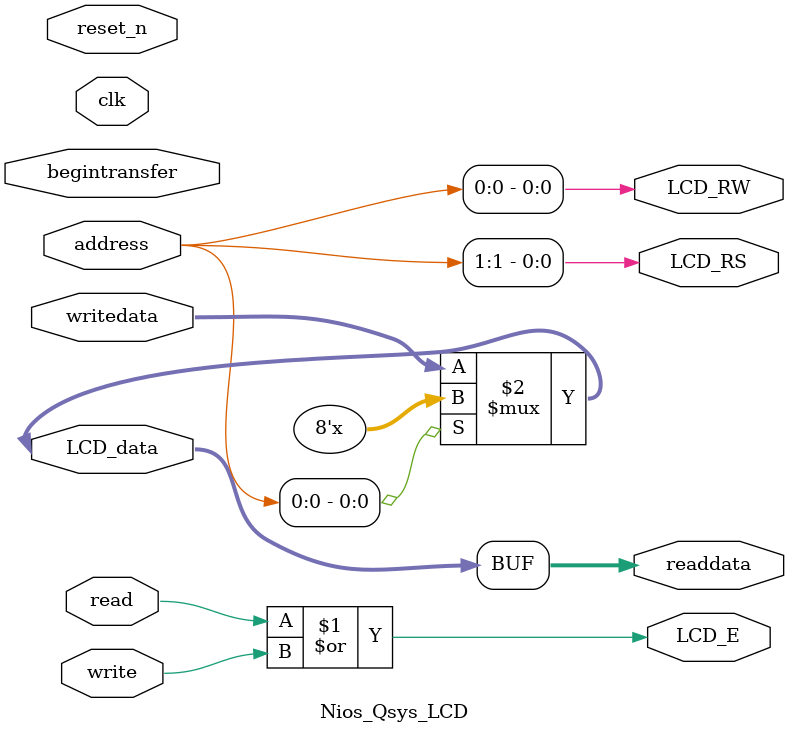
<source format=v>

`timescale 1ns / 1ps
// synthesis translate_on

// turn off superfluous verilog processor warnings 
// altera message_level Level1 
// altera message_off 10034 10035 10036 10037 10230 10240 10030 

module Nios_Qsys_LCD (
                       // inputs:
                        address,
                        begintransfer,
                        clk,
                        read,
                        reset_n,
                        write,
                        writedata,

                       // outputs:
                        LCD_E,
                        LCD_RS,
                        LCD_RW,
                        LCD_data,
                        readdata
                     )
;

  output           LCD_E;
  output           LCD_RS;
  output           LCD_RW;
  inout   [  7: 0] LCD_data;
  output  [  7: 0] readdata;
  input   [  1: 0] address;
  input            begintransfer;
  input            clk;
  input            read;
  input            reset_n;
  input            write;
  input   [  7: 0] writedata;

  wire             LCD_E;
  wire             LCD_RS;
  wire             LCD_RW;
  wire    [  7: 0] LCD_data;
  wire    [  7: 0] readdata;
  assign LCD_RW = address[0];
  assign LCD_RS = address[1];
  assign LCD_E = read | write;
  assign LCD_data = (address[0]) ? {8{1'bz}} : writedata;
  assign readdata = LCD_data;
  //control_slave, which is an e_avalon_slave

endmodule


</source>
